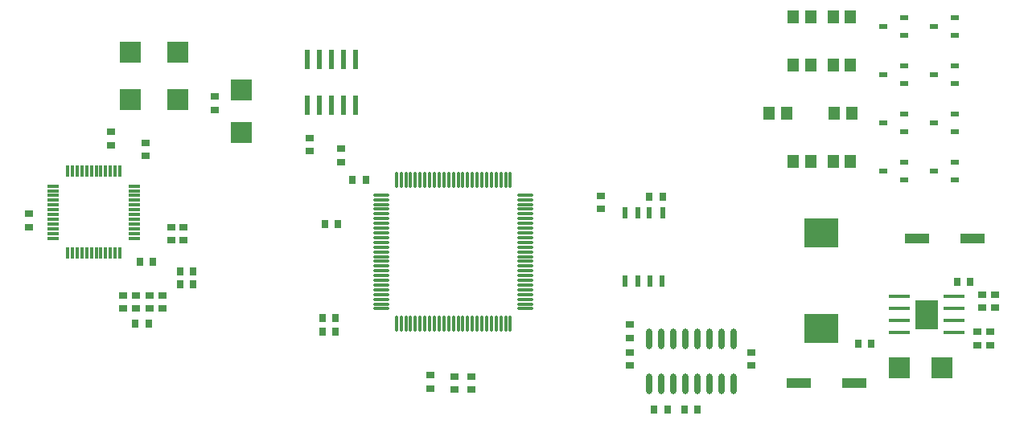
<source format=gtp>
%FSLAX43Y43*%
%MOMM*%
%SFA1B1*%

%IPPOS*%
%ADD10R,1.199998X1.399997*%
%ADD11O,1.799996X0.299999*%
%ADD12O,0.299999X1.799996*%
%ADD13R,0.899998X0.799998*%
%ADD14R,0.507999X1.299997*%
%ADD15R,0.799998X0.899998*%
%ADD16R,0.634999X2.031996*%
%ADD17O,0.599999X2.199996*%
%ADD18R,2.199996X2.199996*%
%ADD19R,1.199998X0.299999*%
%ADD20R,0.299999X1.199998*%
%ADD21R,2.299995X2.299995*%
%ADD22R,2.539995X1.015998*%
%ADD23R,2.399995X3.099994*%
%ADD24R,2.199996X0.449999*%
%ADD25R,0.849998X0.599999*%
%ADD26R,3.682993X3.047994*%
%ADD27R,2.299995X2.299995*%
%LNlp_led_cube_8x8x8-1*%
%LPD*%
G54D10*
X114034Y76199D03*
X115834D03*
X114161Y71119D03*
X115961D03*
X109843Y76199D03*
X111643D03*
X114034Y66039D03*
X115834D03*
X109843D03*
X111643D03*
X114034Y81279D03*
X115834D03*
X109843D03*
X111643D03*
X107303Y71119D03*
X109103D03*
G54D11*
X66490Y62514D03*
Y62014D03*
Y61514D03*
Y61014D03*
Y60514D03*
Y60014D03*
Y59514D03*
Y59014D03*
Y58514D03*
Y58014D03*
Y57514D03*
Y57014D03*
Y56514D03*
Y56014D03*
Y55514D03*
Y55014D03*
Y54514D03*
Y54014D03*
Y53514D03*
Y53014D03*
Y52514D03*
Y52014D03*
Y51514D03*
Y51014D03*
Y50514D03*
X81590D03*
Y51014D03*
Y51514D03*
Y52014D03*
Y52514D03*
Y53014D03*
Y53514D03*
Y54014D03*
Y54514D03*
Y55014D03*
Y55514D03*
Y56014D03*
Y56514D03*
Y57014D03*
Y57514D03*
Y58014D03*
Y58514D03*
Y59014D03*
Y59514D03*
Y60014D03*
Y60514D03*
Y61014D03*
Y61514D03*
Y62014D03*
Y62514D03*
G54D12*
X68040Y48964D03*
X68540D03*
X69040D03*
X69540D03*
X70040D03*
X70540D03*
X71040D03*
X71540D03*
X72040D03*
X72540D03*
X73040D03*
X73540D03*
X74040D03*
X74540D03*
X75040D03*
X75540D03*
X76040D03*
X76540D03*
X77040D03*
X77540D03*
X78040D03*
X78540D03*
X79040D03*
X79540D03*
X80040D03*
Y64064D03*
X79540D03*
X79040D03*
X78540D03*
X78040D03*
X77540D03*
X77040D03*
X76540D03*
X76040D03*
X75540D03*
X75040D03*
X74540D03*
X74040D03*
X73540D03*
X73040D03*
X72540D03*
X72040D03*
X71540D03*
X71040D03*
X70540D03*
X70040D03*
X69540D03*
X69040D03*
X68540D03*
X68040D03*
G54D13*
X71627Y42098D03*
Y43498D03*
X74167Y43371D03*
Y41971D03*
X44322Y59119D03*
Y57719D03*
X89534Y62421D03*
Y61021D03*
X129158Y46670D03*
Y48070D03*
X129666Y52007D03*
Y50607D03*
X131063Y52007D03*
Y50607D03*
X130555Y48070D03*
Y46670D03*
X92582Y45911D03*
Y44511D03*
Y48832D03*
Y47432D03*
X105409Y44511D03*
Y45911D03*
X43433Y51945D03*
Y50545D03*
X39242Y51945D03*
Y50545D03*
X40639Y51945D03*
Y50545D03*
X42036D03*
Y51945D03*
X48894Y71497D03*
Y72897D03*
X45592Y57719D03*
Y59119D03*
X62229Y65974D03*
Y67374D03*
X58927Y67117D03*
Y68517D03*
X75945Y41971D03*
Y43371D03*
X29336Y59116D03*
Y60516D03*
X37972Y67752D03*
Y69152D03*
X41655Y66609D03*
Y68009D03*
G54D14*
X92131Y53422D03*
X93431D03*
X94731D03*
X96031D03*
X96081Y60622D03*
X94681D03*
X93431D03*
X92131D03*
G54D15*
X96076Y62356D03*
X94676D03*
X128461Y53339D03*
X127061D03*
X116647Y46862D03*
X118047D03*
X98359Y39877D03*
X99759D03*
X95184D03*
X96584D03*
X40574Y48959D03*
X41974D03*
X42417Y55498D03*
X41017D03*
X46673Y53085D03*
X45273D03*
Y54482D03*
X46673D03*
X60513Y59435D03*
X61913D03*
X63434Y64134D03*
X64834D03*
X61659Y49529D03*
X60259D03*
X61659Y48132D03*
X60259D03*
G54D16*
X63753Y72008D03*
X62483D03*
X61213D03*
X59943D03*
X58673D03*
Y76834D03*
X59943D03*
X61213D03*
X62483D03*
X63753D03*
G54D17*
X103504Y47357D03*
X102234D03*
X100964D03*
X99694D03*
X98424D03*
X97154D03*
X95884D03*
X94614D03*
X103504Y42557D03*
X102234D03*
X100964D03*
X99694D03*
X98424D03*
X97154D03*
X95884D03*
X94614D03*
G54D18*
X40044Y72556D03*
X45044D03*
X40044Y77556D03*
X45044D03*
G54D19*
X31894Y63455D03*
Y62955D03*
Y62455D03*
Y61955D03*
Y61455D03*
Y60955D03*
Y60455D03*
Y59955D03*
Y59455D03*
Y58955D03*
Y58455D03*
Y57955D03*
X40494D03*
Y58455D03*
Y58955D03*
Y59455D03*
Y59955D03*
Y60455D03*
Y60955D03*
Y61455D03*
Y61955D03*
Y62455D03*
Y62955D03*
Y63455D03*
G54D20*
X33444Y56405D03*
X33944D03*
X34444D03*
X34944D03*
X35444D03*
X35944D03*
X36444D03*
X36944D03*
X37444D03*
X37944D03*
X38444D03*
X38944D03*
Y65005D03*
X38444D03*
X37944D03*
X37444D03*
X36944D03*
X36444D03*
X35944D03*
X35444D03*
X34944D03*
X34444D03*
X33944D03*
X33444D03*
G54D21*
X125439Y44322D03*
X120939D03*
G54D22*
X122808Y57911D03*
X128650D03*
X116204Y42671D03*
X110362D03*
G54D23*
X123824Y49910D03*
G54D24*
X120949Y48035D03*
Y50535D03*
Y51785D03*
Y49285D03*
X126699D03*
Y51785D03*
Y50535D03*
Y48035D03*
G54D25*
X126804Y79313D03*
Y81213D03*
X124654Y80263D03*
X121470Y79313D03*
Y81213D03*
X119320Y80263D03*
X126804Y74233D03*
Y76133D03*
X124654Y75183D03*
X126804Y69153D03*
Y71053D03*
X124654Y70103D03*
X121470Y69153D03*
Y71053D03*
X119320Y70103D03*
X121470Y74233D03*
Y76133D03*
X119320Y75183D03*
X126804Y64073D03*
Y65973D03*
X124654Y65023D03*
X121470Y64073D03*
Y65973D03*
X119320Y65023D03*
G54D26*
X112775Y48450D03*
Y58483D03*
G54D27*
X51688Y69123D03*
Y73623D03*
M02*
</source>
